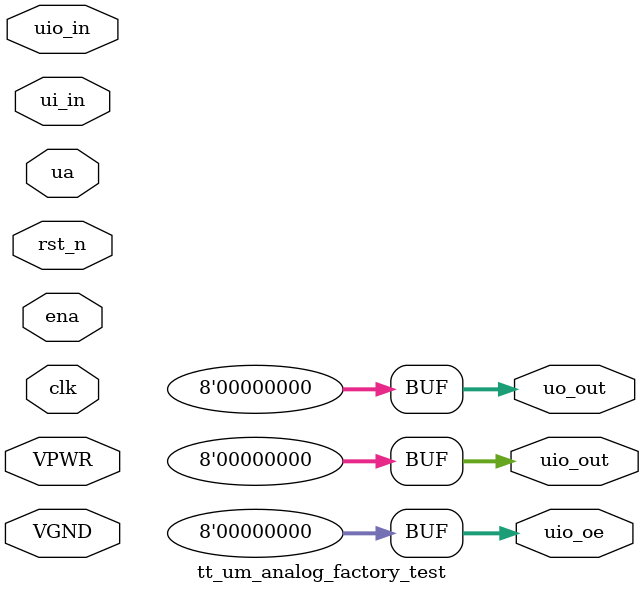
<source format=v>
module tt_um_analog_factory_test(	// file.cleaned.mlir:2:3
  input        VGND,	// file.cleaned.mlir:2:43
               VPWR,	// file.cleaned.mlir:2:58
  input  [7:0] ui_in,	// file.cleaned.mlir:2:73
               uio_in,	// file.cleaned.mlir:2:89
  inout  [7:0] ua,	// file.cleaned.mlir:2:109
  input        ena,	// file.cleaned.mlir:2:122
               clk,	// file.cleaned.mlir:2:136
               rst_n,	// file.cleaned.mlir:2:150
  output [7:0] uo_out,	// file.cleaned.mlir:2:167
               uio_out,	// file.cleaned.mlir:2:184
               uio_oe	// file.cleaned.mlir:2:202
);

  assign uo_out = 8'h0;	// file.cleaned.mlir:3:14, :4:5
  assign uio_out = 8'h0;	// file.cleaned.mlir:3:14, :4:5
  assign uio_oe = 8'h0;	// file.cleaned.mlir:3:14, :4:5
endmodule


</source>
